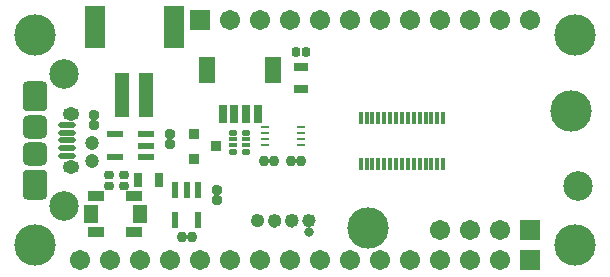
<source format=gts>
G04*
G04 #@! TF.GenerationSoftware,Altium Limited,Altium Designer,20.1.11 (218)*
G04*
G04 Layer_Color=8388736*
%FSLAX25Y25*%
%MOIN*%
G70*
G04*
G04 #@! TF.SameCoordinates,8FD927A0-C605-41AB-96FE-A5BD1A317AAA*
G04*
G04*
G04 #@! TF.FilePolarity,Negative*
G04*
G01*
G75*
%ADD19R,0.03150X0.04900*%
%ADD20R,0.03500X0.03200*%
%ADD30R,0.02000X0.05200*%
%ADD31R,0.05200X0.02000*%
%ADD32R,0.02975X0.00784*%
%ADD38R,0.04900X0.03150*%
%ADD40C,0.02400*%
G04:AMPARAMS|DCode=41|XSize=31.23mil|YSize=33.2mil|CornerRadius=9.92mil|HoleSize=0mil|Usage=FLASHONLY|Rotation=270.000|XOffset=0mil|YOffset=0mil|HoleType=Round|Shape=RoundedRectangle|*
%AMROUNDEDRECTD41*
21,1,0.03123,0.01335,0,0,270.0*
21,1,0.01138,0.03320,0,0,270.0*
1,1,0.01985,-0.00668,-0.00569*
1,1,0.01985,-0.00668,0.00569*
1,1,0.01985,0.00668,0.00569*
1,1,0.01985,0.00668,-0.00569*
%
%ADD41ROUNDEDRECTD41*%
G04:AMPARAMS|DCode=42|XSize=31.23mil|YSize=33.2mil|CornerRadius=9.92mil|HoleSize=0mil|Usage=FLASHONLY|Rotation=180.000|XOffset=0mil|YOffset=0mil|HoleType=Round|Shape=RoundedRectangle|*
%AMROUNDEDRECTD42*
21,1,0.03123,0.01335,0,0,180.0*
21,1,0.01138,0.03320,0,0,180.0*
1,1,0.01985,-0.00569,0.00668*
1,1,0.01985,0.00569,0.00668*
1,1,0.01985,0.00569,-0.00668*
1,1,0.01985,-0.00569,-0.00668*
%
%ADD42ROUNDEDRECTD42*%
%ADD43R,0.01384X0.04337*%
%ADD44R,0.06706X0.14186*%
%ADD45R,0.04737X0.14580*%
%ADD46R,0.03162X0.06115*%
%ADD47R,0.05524X0.08674*%
G04:AMPARAMS|DCode=48|XSize=27.69mil|YSize=31.62mil|CornerRadius=9.12mil|HoleSize=0mil|Usage=FLASHONLY|Rotation=270.000|XOffset=0mil|YOffset=0mil|HoleType=Round|Shape=RoundedRectangle|*
%AMROUNDEDRECTD48*
21,1,0.02769,0.01339,0,0,270.0*
21,1,0.00945,0.03162,0,0,270.0*
1,1,0.01824,-0.00669,-0.00472*
1,1,0.01824,-0.00669,0.00472*
1,1,0.01824,0.00669,0.00472*
1,1,0.01824,0.00669,-0.00472*
%
%ADD48ROUNDEDRECTD48*%
G04:AMPARAMS|DCode=49|XSize=29.59mil|YSize=19.75mil|CornerRadius=5.94mil|HoleSize=0mil|Usage=FLASHONLY|Rotation=0.000|XOffset=0mil|YOffset=0mil|HoleType=Round|Shape=RoundedRectangle|*
%AMROUNDEDRECTD49*
21,1,0.02959,0.00787,0,0,0.0*
21,1,0.01772,0.01975,0,0,0.0*
1,1,0.01187,0.00886,-0.00394*
1,1,0.01187,-0.00886,-0.00394*
1,1,0.01187,-0.00886,0.00394*
1,1,0.01187,0.00886,0.00394*
%
%ADD49ROUNDEDRECTD49*%
G04:AMPARAMS|DCode=50|XSize=29.59mil|YSize=15.81mil|CornerRadius=4.95mil|HoleSize=0mil|Usage=FLASHONLY|Rotation=0.000|XOffset=0mil|YOffset=0mil|HoleType=Round|Shape=RoundedRectangle|*
%AMROUNDEDRECTD50*
21,1,0.02959,0.00591,0,0,0.0*
21,1,0.01968,0.01581,0,0,0.0*
1,1,0.00991,0.00984,-0.00295*
1,1,0.00991,-0.00984,-0.00295*
1,1,0.00991,-0.00984,0.00295*
1,1,0.00991,0.00984,0.00295*
%
%ADD50ROUNDEDRECTD50*%
%ADD51C,0.01587*%
%ADD52C,0.01000*%
%ADD53C,0.04737*%
%ADD54C,0.09843*%
G04:AMPARAMS|DCode=55|XSize=54.26mil|YSize=82.8mil|CornerRadius=15.57mil|HoleSize=0mil|Usage=FLASHONLY|Rotation=90.000|XOffset=0mil|YOffset=0mil|HoleType=Round|Shape=RoundedRectangle|*
%AMROUNDEDRECTD55*
21,1,0.05426,0.05167,0,0,90.0*
21,1,0.02313,0.08280,0,0,90.0*
1,1,0.03113,0.02584,0.01157*
1,1,0.03113,0.02584,-0.01157*
1,1,0.03113,-0.02584,-0.01157*
1,1,0.03113,-0.02584,0.01157*
%
%ADD55ROUNDEDRECTD55*%
G04:AMPARAMS|DCode=56|XSize=78.87mil|YSize=82.8mil|CornerRadius=21.72mil|HoleSize=0mil|Usage=FLASHONLY|Rotation=270.000|XOffset=0mil|YOffset=0mil|HoleType=Round|Shape=RoundedRectangle|*
%AMROUNDEDRECTD56*
21,1,0.07887,0.03937,0,0,270.0*
21,1,0.03543,0.08280,0,0,270.0*
1,1,0.04343,-0.01968,-0.01772*
1,1,0.04343,-0.01968,0.01772*
1,1,0.04343,0.01968,0.01772*
1,1,0.04343,0.01968,-0.01772*
%
%ADD56ROUNDEDRECTD56*%
G04:AMPARAMS|DCode=57|XSize=19.75mil|YSize=57.15mil|CornerRadius=5.94mil|HoleSize=0mil|Usage=FLASHONLY|Rotation=270.000|XOffset=0mil|YOffset=0mil|HoleType=Round|Shape=RoundedRectangle|*
%AMROUNDEDRECTD57*
21,1,0.01975,0.04528,0,0,270.0*
21,1,0.00787,0.05715,0,0,270.0*
1,1,0.01187,-0.02264,-0.00394*
1,1,0.01187,-0.02264,0.00394*
1,1,0.01187,0.02264,0.00394*
1,1,0.01187,0.02264,-0.00394*
%
%ADD57ROUNDEDRECTD57*%
%ADD58R,0.05328X0.03753*%
%ADD59R,0.04540X0.06312*%
G04:AMPARAMS|DCode=60|XSize=27.69mil|YSize=31.62mil|CornerRadius=9.12mil|HoleSize=0mil|Usage=FLASHONLY|Rotation=180.000|XOffset=0mil|YOffset=0mil|HoleType=Round|Shape=RoundedRectangle|*
%AMROUNDEDRECTD60*
21,1,0.02769,0.01339,0,0,180.0*
21,1,0.00945,0.03162,0,0,180.0*
1,1,0.01824,-0.00472,0.00669*
1,1,0.01824,0.00472,0.00669*
1,1,0.01824,0.00472,-0.00669*
1,1,0.01824,-0.00472,-0.00669*
%
%ADD60ROUNDEDRECTD60*%
%ADD61C,0.06706*%
%ADD62R,0.06706X0.06706*%
%ADD63C,0.13800*%
G04:AMPARAMS|DCode=64|XSize=82.8mil|YSize=67.06mil|CornerRadius=18.76mil|HoleSize=0mil|Usage=FLASHONLY|Rotation=0.000|XOffset=0mil|YOffset=0mil|HoleType=Round|Shape=RoundedRectangle|*
%AMROUNDEDRECTD64*
21,1,0.08280,0.02953,0,0,0.0*
21,1,0.04528,0.06706,0,0,0.0*
1,1,0.03753,0.02264,-0.01476*
1,1,0.03753,-0.02264,-0.01476*
1,1,0.03753,-0.02264,0.01476*
1,1,0.03753,0.02264,0.01476*
%
%ADD64ROUNDEDRECTD64*%
%ADD65O,0.05524X0.04343*%
%ADD66C,0.03200*%
D19*
X51419Y31616D02*
D03*
X44332D02*
D03*
D20*
X62903Y38909D02*
D03*
Y46980D02*
D03*
X70344Y42945D02*
D03*
D30*
X56698Y18290D02*
D03*
Y28490D02*
D03*
X64178Y18290D02*
D03*
X60438Y28490D02*
D03*
X64178D02*
D03*
D31*
X36701Y39500D02*
D03*
Y46980D02*
D03*
X46901Y39500D02*
D03*
Y43240D02*
D03*
Y46980D02*
D03*
D32*
X86485Y43547D02*
D03*
Y45516D02*
D03*
Y47484D02*
D03*
Y49453D02*
D03*
X98515Y43547D02*
D03*
Y45516D02*
D03*
Y47484D02*
D03*
Y49453D02*
D03*
D38*
X98615Y62212D02*
D03*
Y69298D02*
D03*
D40*
X96620Y18110D02*
G03*
X96620Y18110I-1100J0D01*
G01*
Y18330D02*
G03*
X96620Y18330I-1100J0D01*
G01*
X90920Y18070D02*
G03*
X90920Y18070I-1100J0D01*
G01*
Y18290D02*
G03*
X90920Y18290I-1100J0D01*
G01*
X85220Y18270D02*
G03*
X85220Y18270I-1100J0D01*
G01*
X102320D02*
G03*
X102320Y18270I-1100J0D01*
G01*
D41*
X70447Y25145D02*
D03*
Y28492D02*
D03*
X54825Y43690D02*
D03*
Y47036D02*
D03*
X29718Y50138D02*
D03*
Y53484D02*
D03*
D42*
X58912Y12919D02*
D03*
X62259D02*
D03*
X86404Y38187D02*
D03*
X89750D02*
D03*
X95199D02*
D03*
X98545D02*
D03*
D43*
X132238Y52395D02*
D03*
X118459D02*
D03*
X120427D02*
D03*
X122396D02*
D03*
X124364D02*
D03*
X126333D02*
D03*
X128301D02*
D03*
X130270D02*
D03*
X134207D02*
D03*
X136175D02*
D03*
X138144D02*
D03*
X140112D02*
D03*
X142081D02*
D03*
X144049D02*
D03*
X146018D02*
D03*
X136175Y37041D02*
D03*
X134207D02*
D03*
X130270D02*
D03*
X138144D02*
D03*
X144049D02*
D03*
X142081D02*
D03*
X140112D02*
D03*
X120427D02*
D03*
X118459D02*
D03*
X132238D02*
D03*
X122396D02*
D03*
X128301D02*
D03*
X126333D02*
D03*
X124364D02*
D03*
X146018D02*
D03*
D44*
X56189Y82638D02*
D03*
X29811D02*
D03*
D45*
X46937Y60000D02*
D03*
X39063D02*
D03*
D46*
X72427Y53838D02*
D03*
X76364D02*
D03*
X80302D02*
D03*
X84239D02*
D03*
D47*
X67309Y68307D02*
D03*
X89357D02*
D03*
D48*
X39455Y29893D02*
D03*
Y33437D02*
D03*
X34669Y29893D02*
D03*
Y33437D02*
D03*
D49*
X75833Y41247D02*
D03*
Y47547D02*
D03*
X80164Y41247D02*
D03*
Y47547D02*
D03*
D50*
X75833Y43413D02*
D03*
Y45381D02*
D03*
X80164Y43413D02*
D03*
Y45381D02*
D03*
D51*
X95520Y16890D02*
D03*
Y19550D02*
D03*
X89820Y16850D02*
D03*
Y19510D02*
D03*
D52*
X84120Y17050D02*
D03*
Y19510D02*
D03*
X101220Y17050D02*
D03*
Y19510D02*
D03*
D53*
X28858Y38158D02*
D03*
Y44230D02*
D03*
D54*
X190961Y29657D02*
D03*
X19685Y66969D02*
D03*
Y23051D02*
D03*
D55*
X10000Y32454D02*
D03*
Y57546D02*
D03*
D56*
Y49528D02*
D03*
Y40472D02*
D03*
D57*
X20531Y42441D02*
D03*
Y39882D02*
D03*
Y47559D02*
D03*
Y50118D02*
D03*
Y45000D02*
D03*
D58*
X30399Y14296D02*
D03*
Y26304D02*
D03*
X42801Y14296D02*
D03*
Y26304D02*
D03*
D59*
X28431Y20300D02*
D03*
X44769D02*
D03*
D60*
X96790Y74339D02*
D03*
X100333D02*
D03*
D61*
X155000Y15000D02*
D03*
X145000D02*
D03*
X165000D02*
D03*
X75000Y85000D02*
D03*
X85000D02*
D03*
X95000D02*
D03*
X115000D02*
D03*
X125000D02*
D03*
X105000D02*
D03*
X165000D02*
D03*
X175000D02*
D03*
X135000D02*
D03*
X155000D02*
D03*
X145000D02*
D03*
X125000Y5000D02*
D03*
X115000D02*
D03*
X135000D02*
D03*
X95000D02*
D03*
X85000D02*
D03*
X105000D02*
D03*
X165000D02*
D03*
X145000D02*
D03*
X155000D02*
D03*
X25000D02*
D03*
X35000D02*
D03*
X45000D02*
D03*
X55000D02*
D03*
X75000D02*
D03*
X65000D02*
D03*
D62*
X175000Y15000D02*
D03*
X65000Y85000D02*
D03*
X175000Y5000D02*
D03*
D63*
X188585Y54805D02*
D03*
X121085Y15805D02*
D03*
X10000Y80000D02*
D03*
X190000Y10000D02*
D03*
Y80000D02*
D03*
X10000Y10000D02*
D03*
D64*
Y28563D02*
D03*
Y61437D02*
D03*
D65*
X21811Y36240D02*
D03*
Y53760D02*
D03*
D66*
X101200Y14400D02*
D03*
M02*

</source>
